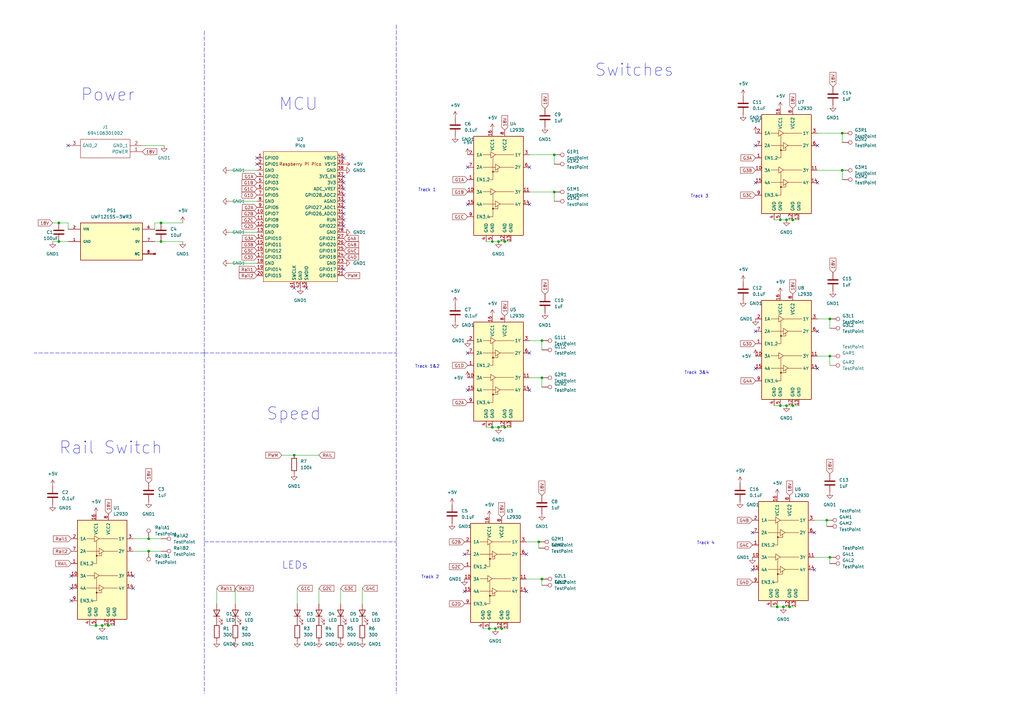
<source format=kicad_sch>
(kicad_sch (version 20211123) (generator eeschema)
  (paper "A3")
  (lib_symbols
    (symbol "Connector:TestPoint" (pin_numbers hide) (pin_names (offset 0.762) hide)
      (property "Reference" "TP" (at 0 6.858 0))
      (property "Value" "TestPoint" (at 0 5.08 0))
      (symbol "TestPoint_1_1"
        (pin passive line (at 0 0 90) (length 2.54) (name "1") (number "1"))
      )
    )
    (symbol "Device:C" (pin_numbers hide) (pin_names (offset 0.254))
      (property "Reference" "C" (at 0.635 2.54 0))
      (property "Value" "C" (at 0.635 -2.54 0))
      (symbol "C_1_1"
        (pin passive line (at 0 3.81 270) (length 2.794) (name "~") (number "1"))
        (pin passive line (at 0 -3.81 90) (length 2.794) (name "~") (number "2"))
      )
    )
    (symbol "Device:LED" (pin_numbers hide) (pin_names (offset 1.016) hide)
      (property "Reference" "D" (at 0 2.54 0))
      (property "Value" "LED" (at 0 -2.54 0))
      (symbol "LED_1_1"
        (pin passive line (at -3.81 0 0) (length 2.54) (name "K") (number "1"))
        (pin passive line (at 3.81 0 180) (length 2.54) (name "A") (number "2"))
      )
    )
    (symbol "Device:R" (pin_numbers hide) (pin_names (offset 0))
      (property "Reference" "R" (at 2.032 0 90))
      (property "Value" "R" (at 0 0 90))
      (symbol "R_1_1"
        (pin passive line (at 0 3.81 270) (length 1.27) (name "~") (number "1"))
        (pin passive line (at 0 -3.81 90) (length 1.27) (name "~") (number "2"))
      )
    )
    (symbol "Driver_Motor:L293D" (pin_names (offset 1.016))
      (property "Reference" "U" (at -5.08 26.035 0))
      (property "Value" "L293D" (at -5.08 24.13 0))
      (symbol "L293D_1_1"
        (pin input line (at -12.7 5.08 0) (length 2.54) (name "EN1,2") (number "1"))
        (pin input line (at -12.7 0 0) (length 2.54) (name "3A") (number "10"))
        (pin output line (at 12.7 0 180) (length 2.54) (name "3Y") (number "11"))
        (pin power_in line (at 2.54 -20.32 90) (length 2.54) (name "GND") (number "12"))
        (pin power_in line (at 5.08 -20.32 90) (length 2.54) (name "GND") (number "13"))
        (pin output line (at 12.7 -5.08 180) (length 2.54) (name "4Y") (number "14"))
        (pin input line (at -12.7 -5.08 0) (length 2.54) (name "4A") (number "15"))
        (pin power_in line (at -2.54 25.4 270) (length 2.54) (name "VCC1") (number "16"))
        (pin input line (at -12.7 15.24 0) (length 2.54) (name "1A") (number "2"))
        (pin output line (at 12.7 15.24 180) (length 2.54) (name "1Y") (number "3"))
        (pin power_in line (at -5.08 -20.32 90) (length 2.54) (name "GND") (number "4"))
        (pin power_in line (at -2.54 -20.32 90) (length 2.54) (name "GND") (number "5"))
        (pin output line (at 12.7 10.16 180) (length 2.54) (name "2Y") (number "6"))
        (pin input line (at -12.7 10.16 0) (length 2.54) (name "2A") (number "7"))
        (pin power_in line (at 2.54 25.4 270) (length 2.54) (name "VCC2") (number "8"))
        (pin input line (at -12.7 -10.16 0) (length 2.54) (name "EN3,4") (number "9"))
      )
    )
    (symbol "MCU_RaspberryPi_and_Boards:Pico"
      (property "Reference" "U" (at -13.97 27.94 0))
      (property "Value" "Pico" (at 0 19.05 0))
      (symbol "Pico_0_0"
        (text "Raspberry Pi Pico" (at 0 21.59 0) (effects (font (size 1.27 1.27))))
      )
      (symbol "Pico_1_1"
        (pin bidirectional line (at -17.78 24.13 0) (length 2.54) (name "GPIO0") (number "1"))
        (pin bidirectional line (at -17.78 1.27 0) (length 2.54) (name "GPIO7") (number "10"))
        (pin bidirectional line (at -17.78 -1.27 0) (length 2.54) (name "GPIO8") (number "11"))
        (pin bidirectional line (at -17.78 -3.81 0) (length 2.54) (name "GPIO9") (number "12"))
        (pin power_in line (at -17.78 -6.35 0) (length 2.54) (name "GND") (number "13"))
        (pin bidirectional line (at -17.78 -8.89 0) (length 2.54) (name "GPIO10") (number "14"))
        (pin bidirectional line (at -17.78 -11.43 0) (length 2.54) (name "GPIO11") (number "15"))
        (pin bidirectional line (at -17.78 -13.97 0) (length 2.54) (name "GPIO12") (number "16"))
        (pin bidirectional line (at -17.78 -16.51 0) (length 2.54) (name "GPIO13") (number "17"))
        (pin power_in line (at -17.78 -19.05 0) (length 2.54) (name "GND") (number "18"))
        (pin bidirectional line (at -17.78 -21.59 0) (length 2.54) (name "GPIO14") (number "19"))
        (pin bidirectional line (at -17.78 21.59 0) (length 2.54) (name "GPIO1") (number "2"))
        (pin bidirectional line (at -17.78 -24.13 0) (length 2.54) (name "GPIO15") (number "20"))
        (pin bidirectional line (at 17.78 -24.13 180) (length 2.54) (name "GPIO16") (number "21"))
        (pin bidirectional line (at 17.78 -21.59 180) (length 2.54) (name "GPIO17") (number "22"))
        (pin power_in line (at 17.78 -19.05 180) (length 2.54) (name "GND") (number "23"))
        (pin bidirectional line (at 17.78 -16.51 180) (length 2.54) (name "GPIO18") (number "24"))
        (pin bidirectional line (at 17.78 -13.97 180) (length 2.54) (name "GPIO19") (number "25"))
        (pin bidirectional line (at 17.78 -11.43 180) (length 2.54) (name "GPIO20") (number "26"))
        (pin bidirectional line (at 17.78 -8.89 180) (length 2.54) (name "GPIO21") (number "27"))
        (pin power_in line (at 17.78 -6.35 180) (length 2.54) (name "GND") (number "28"))
        (pin bidirectional line (at 17.78 -3.81 180) (length 2.54) (name "GPIO22") (number "29"))
        (pin power_in line (at -17.78 19.05 0) (length 2.54) (name "GND") (number "3"))
        (pin input line (at 17.78 -1.27 180) (length 2.54) (name "RUN") (number "30"))
        (pin bidirectional line (at 17.78 1.27 180) (length 2.54) (name "GPIO26_ADC0") (number "31"))
        (pin bidirectional line (at 17.78 3.81 180) (length 2.54) (name "GPIO27_ADC1") (number "32"))
        (pin power_in line (at 17.78 6.35 180) (length 2.54) (name "AGND") (number "33"))
        (pin bidirectional line (at 17.78 8.89 180) (length 2.54) (name "GPIO28_ADC2") (number "34"))
        (pin power_in line (at 17.78 11.43 180) (length 2.54) (name "ADC_VREF") (number "35"))
        (pin power_in line (at 17.78 13.97 180) (length 2.54) (name "3V3") (number "36"))
        (pin input line (at 17.78 16.51 180) (length 2.54) (name "3V3_EN") (number "37"))
        (pin bidirectional line (at 17.78 19.05 180) (length 2.54) (name "GND") (number "38"))
        (pin power_in line (at 17.78 21.59 180) (length 2.54) (name "VSYS") (number "39"))
        (pin bidirectional line (at -17.78 16.51 0) (length 2.54) (name "GPIO2") (number "4"))
        (pin power_in line (at 17.78 24.13 180) (length 2.54) (name "VBUS") (number "40"))
        (pin input line (at -2.54 -29.21 90) (length 2.54) (name "SWCLK") (number "41"))
        (pin power_in line (at 0 -29.21 90) (length 2.54) (name "GND") (number "42"))
        (pin bidirectional line (at 2.54 -29.21 90) (length 2.54) (name "SWDIO") (number "43"))
        (pin bidirectional line (at -17.78 13.97 0) (length 2.54) (name "GPIO3") (number "5"))
        (pin bidirectional line (at -17.78 11.43 0) (length 2.54) (name "GPIO4") (number "6"))
        (pin bidirectional line (at -17.78 8.89 0) (length 2.54) (name "GPIO5") (number "7"))
        (pin power_in line (at -17.78 6.35 0) (length 2.54) (name "GND") (number "8"))
        (pin bidirectional line (at -17.78 3.81 0) (length 2.54) (name "GPIO6") (number "9"))
      )
    )
    (symbol "SamacSys_Parts:694106301002" (pin_names (offset 0.762))
      (property "Reference" "J" (at 26.67 7.62 0))
      (property "Value" "694106301002" (at 26.67 5.08 0))
      (symbol "694106301002_0_0"
        (pin passive line (at 30.48 -2.54 180) (length 5.08) (name "POWER") (number "1"))
        (pin passive line (at 30.48 0 180) (length 5.08) (name "GND_1") (number "2"))
        (pin passive line (at 0 0 0) (length 5.08) (name "GND_2") (number "3"))
      )
    )
    (symbol "UWF1215S-3WR3:UWF1215S-3WR3" (pin_names (offset 1.016))
      (property "Reference" "PS" (at -12.7 8.89 0))
      (property "Value" "UWF1215S-3WR3" (at -12.7 -10.16 0))
      (symbol "UWF1215S-3WR3_0_0"
        (pin power_in line (at -17.78 0 0) (length 5.08) (name "GND") (number "1"))
        (pin input line (at -17.78 5.08 0) (length 5.08) (name "VIN") (number "2"))
        (pin no_connect line (at 17.78 -5.08 180) (length 5.08) (name "NC") (number "3"))
        (pin no_connect line (at 17.78 -5.08 180) (length 5.08) (name "NC") (number "5"))
        (pin output line (at 17.78 5.08 180) (length 5.08) (name "+VO") (number "6"))
        (pin passive line (at 17.78 0 180) (length 5.08) (name "0V") (number "7"))
        (pin no_connect line (at 17.78 -5.08 180) (length 5.08) (name "NC") (number "8"))
      )
    )
    (symbol "power:+5V" (power) (pin_names (offset 0))
      (property "Value" "+5V" (at 0 3.556 0))
      (symbol "+5V_1_1"
        (pin power_in line (at 0 0 90) (length 0) hide (name "+5V") (number "1"))
      )
    )
    (symbol "power:GND1" (power) (pin_names (offset 0))
      (property "Value" "GND1" (at 0 -3.81 0))
      (symbol "GND1_1_1"
        (pin power_in line (at 0 0 270) (length 0) hide (name "GND1") (number "1"))
      )
    )
  )
  (junction (at 203.2 257.81))
  (junction (at 345.44 54.61))
  (junction (at 201.93 99.06))
  (junction (at 66.04 99.06))
  (junction (at 222.25 139.7))
  (junction (at 201.93 175.26))
  (junction (at 320.04 90.17))
  (junction (at 227.33 63.5))
  (junction (at 222.25 237.49))
  (junction (at 222.25 154.94))
  (junction (at 204.47 175.26))
  (junction (at 41.91 256.54))
  (junction (at 339.09 213.36))
  (junction (at 323.85 248.92))
  (junction (at 204.47 99.06))
  (junction (at 24.13 99.06))
  (junction (at 39.37 256.54))
  (junction (at 340.36 146.05))
  (junction (at 24.13 91.44))
  (junction (at 340.36 228.6))
  (junction (at 322.58 90.17))
  (junction (at 321.31 248.92))
  (junction (at 44.45 256.54))
  (junction (at 325.12 90.17))
  (junction (at 325.12 166.37))
  (junction (at 227.33 78.74))
  (junction (at 120.65 186.69))
  (junction (at 220.98 222.25))
  (junction (at 60.96 226.06))
  (junction (at 205.74 257.81))
  (junction (at 318.77 248.92))
  (junction (at 200.66 257.81))
  (junction (at 66.04 91.44))
  (junction (at 207.01 175.26))
  (junction (at 207.01 99.06))
  (junction (at 345.44 69.85))
  (junction (at 322.58 166.37))
  (junction (at 60.96 220.98))
  (junction (at 340.36 130.81))
  (junction (at 320.04 166.37))
  (no_connect (at 140.97 92.71))
  (no_connect (at 140.97 64.77))
  (no_connect (at 190.5 227.33))
  (no_connect (at 191.77 83.82))
  (no_connect (at 105.41 67.31))
  (no_connect (at 27.94 59.69))
  (no_connect (at 120.65 118.11))
  (no_connect (at 54.61 236.22))
  (no_connect (at 140.97 90.17))
  (no_connect (at 29.21 236.22))
  (no_connect (at 335.28 59.69))
  (no_connect (at 140.97 110.49))
  (no_connect (at 29.21 241.3))
  (no_connect (at 54.61 241.3))
  (no_connect (at 140.97 74.93))
  (no_connect (at 308.61 233.68))
  (no_connect (at 308.61 218.44))
  (no_connect (at 309.88 59.69))
  (no_connect (at 140.97 85.09))
  (no_connect (at 105.41 64.77))
  (no_connect (at 309.88 151.13))
  (no_connect (at 125.73 118.11))
  (no_connect (at 140.97 72.39))
  (no_connect (at 217.17 160.02))
  (no_connect (at 191.77 160.02))
  (no_connect (at 309.88 135.89))
  (no_connect (at 335.28 74.93))
  (no_connect (at 190.5 242.57))
  (no_connect (at 140.97 80.01))
  (no_connect (at 335.28 135.89))
  (no_connect (at 140.97 87.63))
  (no_connect (at 309.88 74.93))
  (no_connect (at 140.97 77.47))
  (no_connect (at 335.28 151.13))
  (no_connect (at 217.17 144.78))
  (no_connect (at 191.77 144.78))
  (no_connect (at 140.97 82.55))
  (no_connect (at 215.9 227.33))
  (no_connect (at 215.9 242.57))
  (no_connect (at 334.01 233.68))
  (no_connect (at 334.01 218.44))
  (no_connect (at 29.21 246.38))
  (no_connect (at 217.17 68.58))
  (no_connect (at 217.17 83.82))
  (no_connect (at 191.77 68.58))
  (wire (pts (xy 318.77 248.92) (xy 321.31 248.92)))
  (wire (pts (xy 345.44 69.85) (xy 345.44 73.66)))
  (wire (pts (xy 66.04 99.06) (xy 63.5 99.06)))
  (wire (pts (xy 317.5 166.37) (xy 320.04 166.37)))
  (wire (pts (xy 24.13 99.06) (xy 27.94 99.06)))
  (wire (pts (xy 345.44 54.61) (xy 345.44 58.42)))
  (wire (pts (xy 204.47 99.06) (xy 207.01 99.06)))
  (wire (pts (xy 66.04 220.98) (xy 60.96 220.98)))
  (wire (pts (xy 335.28 69.85) (xy 345.44 69.85)))
  (wire (pts (xy 67.31 59.69) (xy 58.42 59.69)))
  (wire (pts (xy 66.04 226.06) (xy 60.96 226.06)))
  (wire (pts (xy 27.94 91.44) (xy 24.13 91.44)))
  (wire (pts (xy 204.47 175.26) (xy 207.01 175.26)))
  (wire (pts (xy 139.7 241.3) (xy 139.7 247.65)))
  (wire (pts (xy 63.5 91.44) (xy 63.5 93.98)))
  (wire (pts (xy 130.81 241.3) (xy 130.81 247.65)))
  (wire (pts (xy 222.25 139.7) (xy 222.25 143.51)))
  (wire (pts (xy 335.28 130.81) (xy 340.36 130.81)))
  (wire (pts (xy 320.04 166.37) (xy 322.58 166.37)))
  (polyline (pts (xy 83.82 144.78) (xy 13.97 144.78)))
  (wire (pts (xy 227.33 63.5) (xy 227.33 67.31)))
  (wire (pts (xy 121.92 241.3) (xy 121.92 247.65)))
  (wire (pts (xy 88.9 241.3) (xy 88.9 247.65)))
  (polyline (pts (xy 83.82 222.25) (xy 162.56 222.25)))
  (wire (pts (xy 96.52 241.3) (xy 96.52 247.65)))
  (wire (pts (xy 199.39 99.06) (xy 201.93 99.06)))
  (wire (pts (xy 93.98 69.85) (xy 105.41 69.85)))
  (wire (pts (xy 220.98 222.25) (xy 220.98 224.79)))
  (wire (pts (xy 340.36 130.81) (xy 340.36 134.62)))
  (wire (pts (xy 148.59 241.3) (xy 148.59 247.65)))
  (wire (pts (xy 320.04 90.17) (xy 322.58 90.17)))
  (wire (pts (xy 205.74 257.81) (xy 208.28 257.81)))
  (wire (pts (xy 201.93 175.26) (xy 204.47 175.26)))
  (wire (pts (xy 203.2 257.81) (xy 205.74 257.81)))
  (wire (pts (xy 325.12 166.37) (xy 327.66 166.37)))
  (wire (pts (xy 93.98 95.25) (xy 105.41 95.25)))
  (wire (pts (xy 222.25 154.94) (xy 222.25 158.75)))
  (wire (pts (xy 217.17 139.7) (xy 222.25 139.7)))
  (wire (pts (xy 335.28 146.05) (xy 340.36 146.05)))
  (polyline (pts (xy 83.82 12.7) (xy 83.82 144.78)))
  (wire (pts (xy 217.17 78.74) (xy 227.33 78.74)))
  (wire (pts (xy 222.25 237.49) (xy 222.25 240.03)))
  (wire (pts (xy 316.23 248.92) (xy 318.77 248.92)))
  (wire (pts (xy 207.01 175.26) (xy 209.55 175.26)))
  (wire (pts (xy 207.01 99.06) (xy 209.55 99.06)))
  (polyline (pts (xy 162.56 10.16) (xy 162.56 144.78)))
  (wire (pts (xy 201.93 99.06) (xy 204.47 99.06)))
  (wire (pts (xy 322.58 90.17) (xy 325.12 90.17)))
  (wire (pts (xy 334.01 228.6) (xy 340.36 228.6)))
  (wire (pts (xy 217.17 63.5) (xy 227.33 63.5)))
  (wire (pts (xy 323.85 248.92) (xy 326.39 248.92)))
  (wire (pts (xy 115.57 186.69) (xy 120.65 186.69)))
  (wire (pts (xy 93.98 82.55) (xy 105.41 82.55)))
  (wire (pts (xy 60.96 226.06) (xy 54.61 226.06)))
  (wire (pts (xy 334.01 213.36) (xy 339.09 213.36)))
  (wire (pts (xy 21.59 91.44) (xy 24.13 91.44)))
  (wire (pts (xy 321.31 248.92) (xy 323.85 248.92)))
  (wire (pts (xy 74.93 91.44) (xy 66.04 91.44)))
  (wire (pts (xy 21.59 99.06) (xy 24.13 99.06)))
  (wire (pts (xy 66.04 91.44) (xy 63.5 91.44)))
  (polyline (pts (xy 83.82 144.78) (xy 162.56 144.78)))
  (wire (pts (xy 339.09 213.36) (xy 339.09 215.9)))
  (wire (pts (xy 215.9 222.25) (xy 220.98 222.25)))
  (wire (pts (xy 36.83 256.54) (xy 39.37 256.54)))
  (wire (pts (xy 215.9 237.49) (xy 222.25 237.49)))
  (wire (pts (xy 340.36 146.05) (xy 340.36 149.86)))
  (wire (pts (xy 325.12 90.17) (xy 327.66 90.17)))
  (polyline (pts (xy 162.56 144.78) (xy 162.56 284.48)))
  (polyline (pts (xy 83.82 144.78) (xy 83.82 284.48)))
  (wire (pts (xy 39.37 256.54) (xy 41.91 256.54)))
  (wire (pts (xy 93.98 107.95) (xy 105.41 107.95)))
  (wire (pts (xy 120.65 186.69) (xy 130.81 186.69)))
  (wire (pts (xy 60.96 220.98) (xy 54.61 220.98)))
  (wire (pts (xy 200.66 257.81) (xy 203.2 257.81)))
  (wire (pts (xy 27.94 93.98) (xy 27.94 91.44)))
  (wire (pts (xy 322.58 166.37) (xy 325.12 166.37)))
  (wire (pts (xy 335.28 54.61) (xy 345.44 54.61)))
  (wire (pts (xy 198.12 257.81) (xy 200.66 257.81)))
  (wire (pts (xy 227.33 78.74) (xy 227.33 82.55)))
  (wire (pts (xy 217.17 154.94) (xy 222.25 154.94)))
  (wire (pts (xy 199.39 175.26) (xy 201.93 175.26)))
  (wire (pts (xy 41.91 256.54) (xy 44.45 256.54)))
  (wire (pts (xy 340.36 228.6) (xy 340.36 231.14)))
  (wire (pts (xy 317.5 90.17) (xy 320.04 90.17)))
  (wire (pts (xy 74.93 99.06) (xy 66.04 99.06)))
  (wire (pts (xy 44.45 256.54) (xy 46.99 256.54)))
  (text "MCU\n" (at 114.3 45.72 0) (effects (font (size 5 5)) (justify left bottom)))
  (text "Power" (at 33.02 41.91 0) (effects (font (size 5 5)) (justify left bottom)))
  (text "LEDs" (at 115.57 233.68 0) (effects (font (size 3 3)) (justify left bottom)))
  (text "Track 1&2" (at 170.18 151.13 0) (effects (font (size 1.27 1.27)) (justify left bottom)))
  (text "Track 3&4" (at 280.67 153.67 0) (effects (font (size 1.27 1.27)) (justify left bottom)))
  (text "Track 3" (at 283.21 81.28 0) (effects (font (size 1.27 1.27)) (justify left bottom)))
  (text "Track 2" (at 172.72 237.49 0) (effects (font (size 1.27 1.27)) (justify left bottom)))
  (text "Switches" (at 243.84 31.75 0) (effects (font (size 5 5)) (justify left bottom)))
  (text "Track 4" (at 285.75 223.52 0) (effects (font (size 1.27 1.27)) (justify left bottom)))
  (text "Track 1" (at 171.45 78.74 0) (effects (font (size 1.27 1.27)) (justify left bottom)))
  (text "Speed" (at 109.22 172.72 0) (effects (font (size 5 5)) (justify left bottom)))
  (text "Rail Switch" (at 24.13 186.69 0) (effects (font (size 5 5)) (justify left bottom)))
  (global_label "G2D" (shape input) (at 105.41 92.71 180) (property "Intersheet References" "${INTERSHEET_REFS}" (effects hide)))
  (global_label "G4B" (shape input) (at 140.97 100.33 0) (property "Intersheet References" "${INTERSHEET_REFS}" (effects hide)))
  (global_label "18V" (shape input) (at 207.01 53.34 90) (property "Intersheet References" "${INTERSHEET_REFS}" (effects hide)))
  (global_label "G4C" (shape input) (at 148.59 241.3 0) (property "Intersheet References" "${INTERSHEET_REFS}" (effects hide)))
  (global_label "G1A" (shape input) (at 191.77 73.66 180) (property "Intersheet References" "${INTERSHEET_REFS}" (effects hide)))
  (global_label "G4C" (shape input) (at 308.61 223.52 180) (property "Intersheet References" "${INTERSHEET_REFS}" (effects hide)))
  (global_label "18V" (shape input) (at 222.25 203.2 90) (property "Intersheet References" "${INTERSHEET_REFS}" (effects hide)))
  (global_label "G3C" (shape input) (at 105.41 102.87 180) (property "Intersheet References" "${INTERSHEET_REFS}" (effects hide)))
  (global_label "G4A" (shape input) (at 140.97 97.79 0) (property "Intersheet References" "${INTERSHEET_REFS}" (effects hide)))
  (global_label "18V" (shape input) (at 223.52 44.45 90) (property "Intersheet References" "${INTERSHEET_REFS}" (effects hide)))
  (global_label "18V" (shape input) (at 323.85 203.2 90) (property "Intersheet References" "${INTERSHEET_REFS}" (effects hide)))
  (global_label "18V" (shape input) (at 205.74 212.09 90) (property "Intersheet References" "${INTERSHEET_REFS}" (effects hide)))
  (global_label "18V" (shape input) (at 21.59 91.44 180) (property "Intersheet References" "${INTERSHEET_REFS}" (effects hide)))
  (global_label "G4D" (shape input) (at 140.97 105.41 0) (property "Intersheet References" "${INTERSHEET_REFS}" (effects hide)))
  (global_label "G1D" (shape input) (at 191.77 149.86 180) (property "Intersheet References" "${INTERSHEET_REFS}" (effects hide)))
  (global_label "G3A" (shape input) (at 309.88 64.77 180) (property "Intersheet References" "${INTERSHEET_REFS}" (effects hide)))
  (global_label "G3C" (shape input) (at 139.7 241.3 0) (property "Intersheet References" "${INTERSHEET_REFS}" (effects hide)))
  (global_label "18V" (shape input) (at 60.96 198.12 90) (property "Intersheet References" "${INTERSHEET_REFS}" (effects hide)))
  (global_label "G3C" (shape input) (at 309.88 80.01 180) (property "Intersheet References" "${INTERSHEET_REFS}" (effects hide)))
  (global_label "G3D" (shape input) (at 309.88 140.97 180) (property "Intersheet References" "${INTERSHEET_REFS}" (effects hide)))
  (global_label "RAIL" (shape input) (at 130.81 186.69 0) (property "Intersheet References" "${INTERSHEET_REFS}" (effects hide)))
  (global_label "G3A" (shape input) (at 105.41 97.79 180) (property "Intersheet References" "${INTERSHEET_REFS}" (effects hide)))
  (global_label "Rail2" (shape input) (at 29.21 226.06 180) (property "Intersheet References" "${INTERSHEET_REFS}" (effects hide)))
  (global_label "RAIL" (shape input) (at 29.21 231.14 180) (property "Intersheet References" "${INTERSHEET_REFS}" (effects hide)))
  (global_label "G2D" (shape input) (at 190.5 247.65 180) (property "Intersheet References" "${INTERSHEET_REFS}" (effects hide)))
  (global_label "18V" (shape input) (at 44.45 210.82 90) (property "Intersheet References" "${INTERSHEET_REFS}" (effects hide)))
  (global_label "18V" (shape input) (at 341.63 35.56 90) (property "Intersheet References" "${INTERSHEET_REFS}" (effects hide)))
  (global_label "G1C" (shape input) (at 191.77 88.9 180) (property "Intersheet References" "${INTERSHEET_REFS}" (effects hide)))
  (global_label "18V" (shape input) (at 207.01 129.54 90) (property "Intersheet References" "${INTERSHEET_REFS}" (effects hide)))
  (global_label "G3B" (shape input) (at 309.88 69.85 180) (property "Intersheet References" "${INTERSHEET_REFS}" (effects hide)))
  (global_label "18V" (shape input) (at 325.12 120.65 90) (property "Intersheet References" "${INTERSHEET_REFS}" (effects hide)))
  (global_label "G2C" (shape input) (at 190.5 232.41 180) (property "Intersheet References" "${INTERSHEET_REFS}" (effects hide)))
  (global_label "G2A" (shape input) (at 105.41 85.09 180) (property "Intersheet References" "${INTERSHEET_REFS}" (effects hide)))
  (global_label "G1B" (shape input) (at 105.41 74.93 180) (property "Intersheet References" "${INTERSHEET_REFS}" (effects hide)))
  (global_label "G1C" (shape input) (at 121.92 241.3 0) (property "Intersheet References" "${INTERSHEET_REFS}" (effects hide)))
  (global_label "G4C" (shape input) (at 140.97 102.87 0) (property "Intersheet References" "${INTERSHEET_REFS}" (effects hide)))
  (global_label "Rail1" (shape input) (at 29.21 220.98 180) (property "Intersheet References" "${INTERSHEET_REFS}" (effects hide)))
  (global_label "G4A" (shape input) (at 309.88 156.21 180) (property "Intersheet References" "${INTERSHEET_REFS}" (effects hide)))
  (global_label "G2B" (shape input) (at 190.5 222.25 180) (property "Intersheet References" "${INTERSHEET_REFS}" (effects hide)))
  (global_label "G2C" (shape input) (at 130.81 241.3 0) (property "Intersheet References" "${INTERSHEET_REFS}" (effects hide)))
  (global_label "G1A" (shape input) (at 105.41 72.39 180) (property "Intersheet References" "${INTERSHEET_REFS}" (effects hide)))
  (global_label "G4D" (shape input) (at 308.61 238.76 180) (property "Intersheet References" "${INTERSHEET_REFS}" (effects hide)))
  (global_label "G3D" (shape input) (at 105.41 105.41 180) (property "Intersheet References" "${INTERSHEET_REFS}" (effects hide)))
  (global_label "Rail2" (shape input) (at 96.52 241.3 0) (property "Intersheet References" "${INTERSHEET_REFS}" (effects hide)))
  (global_label "PWM" (shape input) (at 115.57 186.69 180) (property "Intersheet References" "${INTERSHEET_REFS}" (effects hide)))
  (global_label "G3B" (shape input) (at 105.41 100.33 180) (property "Intersheet References" "${INTERSHEET_REFS}" (effects hide)))
  (global_label "G2A" (shape input) (at 191.77 165.1 180) (property "Intersheet References" "${INTERSHEET_REFS}" (effects hide)))
  (global_label "18V" (shape input) (at 340.36 194.31 90) (property "Intersheet References" "${INTERSHEET_REFS}" (effects hide)))
  (global_label "G2C" (shape input) (at 105.41 90.17 180) (property "Intersheet References" "${INTERSHEET_REFS}" (effects hide)))
  (global_label "G1C" (shape input) (at 105.41 77.47 180) (property "Intersheet References" "${INTERSHEET_REFS}" (effects hide)))
  (global_label "PWM" (shape input) (at 140.97 113.03 0) (property "Intersheet References" "${INTERSHEET_REFS}" (effects hide)))
  (global_label "Rail1" (shape input) (at 105.41 110.49 180) (property "Intersheet References" "${INTERSHEET_REFS}" (effects hide)))
  (global_label "G1D" (shape input) (at 105.41 80.01 180) (property "Intersheet References" "${INTERSHEET_REFS}" (effects hide)))
  (global_label "18V" (shape input) (at 341.63 111.76 90) (property "Intersheet References" "${INTERSHEET_REFS}" (effects hide)))
  (global_label "18V" (shape input) (at 223.52 120.65 90) (property "Intersheet References" "${INTERSHEET_REFS}" (effects hide)))
  (global_label "18V" (shape input) (at 325.12 44.45 90) (property "Intersheet References" "${INTERSHEET_REFS}" (effects hide)))
  (global_label "G2B" (shape input) (at 105.41 87.63 180) (property "Intersheet References" "${INTERSHEET_REFS}" (effects hide)))
  (global_label "Rail2" (shape input) (at 105.41 113.03 180) (property "Intersheet References" "${INTERSHEET_REFS}" (effects hide)))
  (global_label "Rail1" (shape input) (at 88.9 241.3 0) (property "Intersheet References" "${INTERSHEET_REFS}" (effects hide)))
  (global_label "G1B" (shape input) (at 191.77 78.74 180) (property "Intersheet References" "${INTERSHEET_REFS}" (effects hide)))
  (global_label "18V" (shape input) (at 58.42 62.23 0) (property "Intersheet References" "${INTERSHEET_REFS}" (effects hide)))
  (global_label "G4B" (shape input) (at 308.61 213.36 180) (property "Intersheet References" "${INTERSHEET_REFS}" (effects hide)))
  (symbol (lib_id "power:+5V") (at 304.8 39.37 0) (unit 1)
    (property "Reference" "#PWR0128" (effects hide))
    (property "Value" "+5V" (at 304.8 34.29 0))
  )
  (symbol (lib_id "Driver_Motor:L293D") (at 203.2 237.49 0) (unit 1)
    (property "Reference" "U3" (at 207.7594 209.55 0) (effects (justify left)))
    (property "Value" "L293D" (at 207.7594 212.09 0) (effects (justify left)))
    (property "Footprint" "Package_DIP:DIP-16_W7.62mm" (effects hide))
    (property "Datasheet" "http://www.ti.com/lit/ds/symlink/l293.pdf" (effects hide))
  )
  (symbol (lib_id "Device:C") (at 186.69 128.27 0) (unit 1)
    (property "Reference" "C7" (at 190.5 126.9999 0) (effects (justify left)))
    (property "Value" "0.1uF" (at 190.5 129.5399 0) (effects (justify left)))
    (property "Footprint" "Capacitor_SMD:C_1210_3225Metric" (effects hide))
  )
  (symbol (lib_id "power:GND1") (at 341.63 43.18 0) (unit 1)
    (property "Reference" "#PWR0154" (effects hide))
    (property "Value" "GND1" (at 341.63 48.26 0))
  )
  (symbol (lib_id "power:GND1") (at 191.77 139.7 0) (unit 1)
    (property "Reference" "#PWR0147" (effects hide))
    (property "Value" "GND1" (at 187.96 139.7 0))
  )
  (symbol (lib_id "power:GND1") (at 190.5 237.49 0) (unit 1)
    (property "Reference" "#PWR0152" (effects hide))
    (property "Value" "GND1" (at 186.69 237.49 0))
  )
  (symbol (lib_id "power:GND1") (at 123.19 118.11 0) (unit 1)
    (property "Reference" "#PWR0122" (effects hide))
    (property "Value" "GND1" (at 123.19 123.19 0))
  )
  (symbol (lib_id "Device:LED") (at 139.7 251.46 90) (unit 1)
    (property "Reference" "D5" (at 143.51 251.7774 90) (effects (justify right)))
    (property "Value" "LED" (at 143.51 254.3174 90) (effects (justify right)))
    (property "Footprint" "LED_SMD:LED_1812_4532Metric" (effects hide))
  )
  (symbol (lib_id "MCU_RaspberryPi_and_Boards:Pico") (at 123.19 88.9 0) (unit 1)
    (property "Reference" "U2" (at 123.19 57.15 0))
    (property "Value" "Pico" (at 123.19 59.69 0))
    (property "Footprint" "MCU_RaspberryPi_and_Boards:RPi_Pico_SMD_TH" (effects hide))
  )
  (symbol (lib_id "Device:C") (at 341.63 39.37 0) (unit 1)
    (property "Reference" "C14" (at 345.44 38.0999 0) (effects (justify left)))
    (property "Value" "1uF" (at 345.44 40.6399 0) (effects (justify left)))
    (property "Footprint" "Capacitor_SMD:C_1210_3225Metric" (effects hide))
  )
  (symbol (lib_id "Connector:TestPoint") (at 60.96 226.06 180) (unit 1)
    (property "Reference" "RailB1" (at 63.5 228.0919 0) (effects (justify right)))
    (property "Value" "TestPoint" (at 63.5 230.6319 0) (effects (justify right)))
    (property "Footprint" "TestPoint:TestPoint_Pad_2.5x2.5mm" (effects hide))
  )
  (symbol (lib_id "power:GND1") (at 93.98 107.95 270) (unit 1)
    (property "Reference" "#PWR0118" (effects hide))
    (property "Value" "GND1" (at 95.25 107.9499 90) (effects (justify left)))
  )
  (symbol (lib_id "power:GND1") (at 303.53 205.74 0) (unit 1)
    (property "Reference" "#PWR0102" (effects hide))
    (property "Value" "GND1" (at 306.07 207.0099 0) (effects (justify left)))
  )
  (symbol (lib_id "power:GND1") (at 321.31 248.92 0) (unit 1)
    (property "Reference" "#PWR0163" (effects hide))
    (property "Value" "GND1" (at 321.31 254 0))
  )
  (symbol (lib_id "power:+5V") (at 304.8 115.57 0) (unit 1)
    (property "Reference" "#PWR0156" (effects hide))
    (property "Value" "+5V" (at 304.8 110.49 0))
  )
  (symbol (lib_id "power:GND1") (at 186.69 132.08 0) (unit 1)
    (property "Reference" "#PWR0107" (effects hide))
    (property "Value" "GND1" (at 189.23 133.3499 0) (effects (justify left)))
  )
  (symbol (lib_id "Device:C") (at 66.04 95.25 0) (unit 1)
    (property "Reference" "C4" (at 69.85 93.98 0) (effects (justify left)))
    (property "Value" "10uF" (at 69.85 96.52 0) (effects (justify left)))
    (property "Footprint" "Capacitor_SMD:C_1210_3225Metric" (effects hide))
  )
  (symbol (lib_id "Connector:TestPoint") (at 227.33 82.55 270) (unit 1)
    (property "Reference" "G1M2" (at 232.41 81.2799 90) (effects (justify left)))
    (property "Value" "TestPoint" (at 232.41 83.8199 90) (effects (justify left)))
    (property "Footprint" "TestPoint:TestPoint_Pad_2.5x2.5mm" (effects hide))
  )
  (symbol (lib_id "power:GND1") (at 308.61 228.6 0) (unit 1)
    (property "Reference" "#PWR0143" (effects hide))
    (property "Value" "GND1" (at 304.8 228.6 0))
  )
  (symbol (lib_id "power:GND1") (at 21.59 99.06 0) (unit 1)
    (property "Reference" "#PWR0109" (effects hide))
    (property "Value" "GND1" (at 21.59 104.14 0))
  )
  (symbol (lib_id "power:GND1") (at 140.97 107.95 90) (unit 1)
    (property "Reference" "#PWR0104" (effects hide))
    (property "Value" "GND1" (at 144.78 107.9499 90) (effects (justify right)))
  )
  (symbol (lib_id "Device:R") (at 130.81 259.08 0) (unit 1)
    (property "Reference" "R4" (at 133.35 257.8099 0) (effects (justify left)))
    (property "Value" "300" (at 133.35 260.3499 0) (effects (justify left)))
    (property "Footprint" "Resistor_SMD:R_1210_3225Metric" (effects hide))
  )
  (symbol (lib_id "power:+5V") (at 186.69 124.46 0) (unit 1)
    (property "Reference" "#PWR0140" (effects hide))
    (property "Value" "+5V" (at 186.69 119.38 0))
  )
  (symbol (lib_id "power:+5V") (at 320.04 44.45 0) (unit 1)
    (property "Reference" "#PWR0155" (effects hide))
    (property "Value" "+5V" (at 320.04 39.37 0))
  )
  (symbol (lib_id "Driver_Motor:L293D") (at 322.58 146.05 0) (unit 1)
    (property "Reference" "U8" (at 327.1394 118.11 0) (effects (justify left)))
    (property "Value" "L293D" (at 327.1394 120.65 0) (effects (justify left)))
    (property "Footprint" "Package_DIP:DIP-16_W7.62mm" (effects hide))
    (property "Datasheet" "http://www.ti.com/lit/ds/symlink/l293.pdf" (effects hide))
  )
  (symbol (lib_id "Device:LED") (at 148.59 251.46 90) (unit 1)
    (property "Reference" "D6" (at 152.4 251.7774 90) (effects (justify right)))
    (property "Value" "LED" (at 152.4 254.3174 90) (effects (justify right)))
    (property "Footprint" "LED_SMD:LED_1812_4532Metric" (effects hide))
  )
  (symbol (lib_id "power:GND1") (at 140.97 69.85 90) (unit 1)
    (property "Reference" "#PWR0106" (effects hide))
    (property "Value" "GND1" (at 144.78 69.8499 90) (effects (justify right)))
  )
  (symbol (lib_id "power:GND1") (at 140.97 95.25 90) (unit 1)
    (property "Reference" "#PWR0103" (effects hide))
    (property "Value" "GND1" (at 144.78 95.2499 90) (effects (justify right)))
  )
  (symbol (lib_id "Device:R") (at 120.65 190.5 0) (unit 1)
    (property "Reference" "R7" (at 123.19 189.2299 0) (effects (justify left)))
    (property "Value" "100k" (at 123.19 191.7699 0) (effects (justify left)))
    (property "Footprint" "Resistor_SMD:R_1210_3225Metric" (effects hide))
  )
  (symbol (lib_id "SamacSys_Parts:694106301002") (at 27.94 59.69 0) (unit 1)
    (property "Reference" "J1" (at 43.18 52.07 0))
    (property "Value" "694106301002" (at 43.18 54.61 0))
    (property "Footprint" "SamacSys_Parts:694106301002_1" (effects hide))
    (property "Datasheet" "https://datasheet.datasheetarchive.com/originals/distributors/Datasheets_SAMA/1c153bd2ba42bb51bda59ee4cd9765cd.pdf" (effects hide))
    (property "Description" "WURTH ELEKTRONIK - 694106301002 - CONNECTOR, POWER ENTRY, JACK, 3A, 20VDC" (effects hide))
    (property "Mouser Part Number" "710-694106301002" (effects hide))
    (property "Mouser Price/Stock" "https://www.mouser.co.uk/ProductDetail/Wurth-Elektronik/694106301002?qs=a9WhcLg8qCwOEkcI62k5mA%3D%3D" (effects hide))
    (property "Manufacturer_Name" "Wurth Elektronik" (effects hide))
    (property "Manufacturer_Part_Number" "694106301002" (effects hide))
  )
  (symbol (lib_id "power:GND1") (at 341.63 119.38 0) (unit 1)
    (property "Reference" "#PWR0157" (effects hide))
    (property "Value" "GND1" (at 341.63 124.46 0))
  )
  (symbol (lib_id "power:GND1") (at 21.59 207.01 0) (unit 1)
    (property "Reference" "#PWR0151" (effects hide))
    (property "Value" "GND1" (at 24.13 208.2799 0) (effects (justify left)))
  )
  (symbol (lib_id "power:GND1") (at 41.91 256.54 0) (unit 1)
    (property "Reference" "#PWR0144" (effects hide))
    (property "Value" "GND1" (at 41.91 261.62 0))
  )
  (symbol (lib_id "Connector:TestPoint") (at 222.25 158.75 270) (unit 1)
    (property "Reference" "G2R2" (at 227.33 157.4799 90) (effects (justify left)))
    (property "Value" "TestPoint" (at 227.33 160.0199 90) (effects (justify left)))
    (property "Footprint" "TestPoint:TestPoint_Pad_2.5x2.5mm" (effects hide))
  )
  (symbol (lib_id "Connector:TestPoint") (at 339.09 215.9 270) (unit 1)
    (property "Reference" "G4M2" (at 344.17 214.6299 90) (effects (justify left)))
    (property "Value" "TestPoint" (at 344.17 217.1699 90) (effects (justify left)))
    (property "Footprint" "TestPoint:TestPoint_Pad_2.5x2.5mm" (effects hide))
  )
  (symbol (lib_id "Connector:TestPoint") (at 220.98 224.79 270) (unit 1)
    (property "Reference" "G2M2" (at 226.06 223.5199 90) (effects (justify left)))
    (property "Value" "TestPoint" (at 226.06 226.0599 90) (effects (justify left)))
    (property "Footprint" "TestPoint:TestPoint_Pad_2.5x2.5mm" (effects hide))
  )
  (symbol (lib_id "Device:C") (at 60.96 201.93 0) (unit 1)
    (property "Reference" "C3" (at 64.77 200.6599 0) (effects (justify left)))
    (property "Value" "1uF" (at 64.77 203.1999 0) (effects (justify left)))
    (property "Footprint" "Capacitor_SMD:C_1210_3225Metric" (effects hide))
  )
  (symbol (lib_id "Device:C") (at 340.36 198.12 0) (unit 1)
    (property "Reference" "C13" (at 344.17 196.8499 0) (effects (justify left)))
    (property "Value" "1uF" (at 344.17 199.3899 0) (effects (justify left)))
    (property "Footprint" "Capacitor_SMD:C_1210_3225Metric" (effects hide))
  )
  (symbol (lib_id "power:+5V") (at 191.77 154.94 0) (unit 1)
    (property "Reference" "#PWR0148" (effects hide))
    (property "Value" "+5V" (at 187.96 154.94 0))
  )
  (symbol (lib_id "power:GND1") (at 204.47 175.26 0) (unit 1)
    (property "Reference" "#PWR0160" (effects hide))
    (property "Value" "GND1" (at 204.47 180.34 0))
  )
  (symbol (lib_id "Device:C") (at 185.42 210.82 0) (unit 1)
    (property "Reference" "C5" (at 189.23 209.5499 0) (effects (justify left)))
    (property "Value" "0.1uF" (at 189.23 212.0899 0) (effects (justify left)))
    (property "Footprint" "Capacitor_SMD:C_1210_3225Metric" (effects hide))
  )
  (symbol (lib_id "Connector:TestPoint") (at 345.44 69.85 270) (unit 1)
    (property "Reference" "G3M1" (at 350.52 68.5799 90) (effects (justify left)))
    (property "Value" "TestPoint" (at 350.52 71.1199 90) (effects (justify left)))
    (property "Footprint" "TestPoint:TestPoint_Pad_2.5x2.5mm" (effects hide))
  )
  (symbol (lib_id "power:+5V") (at 39.37 210.82 0) (unit 1)
    (property "Reference" "#PWR0121" (effects hide))
    (property "Value" "+5V" (at 39.37 205.74 0))
  )
  (symbol (lib_id "Connector:TestPoint") (at 340.36 130.81 270) (unit 1)
    (property "Reference" "G3L1" (at 345.44 129.5399 90) (effects (justify left)))
    (property "Value" "TestPoint" (at 345.44 132.0799 90) (effects (justify left)))
    (property "Footprint" "TestPoint:TestPoint_Pad_2.5x2.5mm" (effects hide))
  )
  (symbol (lib_id "Connector:TestPoint") (at 222.25 143.51 270) (unit 1)
    (property "Reference" "G1L2" (at 227.33 142.2399 90) (effects (justify left)))
    (property "Value" "TestPoint" (at 227.33 144.7799 90) (effects (justify left)))
    (property "Footprint" "TestPoint:TestPoint_Pad_2.5x2.5mm" (effects hide))
  )
  (symbol (lib_id "power:GND1") (at 93.98 82.55 270) (unit 1)
    (property "Reference" "#PWR0117" (effects hide))
    (property "Value" "GND1" (at 95.25 82.5499 90) (effects (justify left)))
  )
  (symbol (lib_id "Device:R") (at 88.9 259.08 0) (unit 1)
    (property "Reference" "R1" (at 91.44 257.8099 0) (effects (justify left)))
    (property "Value" "300" (at 91.44 260.3499 0) (effects (justify left)))
    (property "Footprint" "Resistor_SMD:R_1210_3225Metric" (effects hide))
  )
  (symbol (lib_id "Connector:TestPoint") (at 340.36 134.62 270) (unit 1)
    (property "Reference" "G3L2" (at 345.44 133.3499 90) (effects (justify left)))
    (property "Value" "TestPoint" (at 345.44 135.8899 90) (effects (justify left)))
    (property "Footprint" "TestPoint:TestPoint_Pad_2.5x2.5mm" (effects hide))
  )
  (symbol (lib_id "Device:C") (at 21.59 203.2 0) (unit 1)
    (property "Reference" "C2" (at 25.4 201.9299 0) (effects (justify left)))
    (property "Value" "0.1uF" (at 25.4 204.4699 0) (effects (justify left)))
    (property "Footprint" "Capacitor_SMD:C_1210_3225Metric" (effects hide))
  )
  (symbol (lib_id "power:+5V") (at 309.88 146.05 0) (unit 1)
    (property "Reference" "#PWR0133" (effects hide))
    (property "Value" "+5V" (at 306.07 146.05 0))
  )
  (symbol (lib_id "power:+5V") (at 74.93 91.44 0) (unit 1)
    (property "Reference" "#PWR0108" (effects hide))
    (property "Value" "+5V" (at 74.93 86.36 0))
  )
  (symbol (lib_id "power:GND1") (at 322.58 90.17 0) (unit 1)
    (property "Reference" "#PWR0161" (effects hide))
    (property "Value" "GND1" (at 322.58 95.25 0))
  )
  (symbol (lib_id "Connector:TestPoint") (at 66.04 220.98 270) (unit 1)
    (property "Reference" "RailA2" (at 71.12 219.7099 90) (effects (justify left)))
    (property "Value" "TestPoint" (at 71.12 222.2499 90) (effects (justify left)))
    (property "Footprint" "TestPoint:TestPoint_Pad_2.5x2.5mm" (effects hide))
  )
  (symbol (lib_id "Connector:TestPoint") (at 222.25 237.49 270) (unit 1)
    (property "Reference" "G2L1" (at 227.33 236.2199 90) (effects (justify left)))
    (property "Value" "TestPoint" (at 227.33 238.7599 90) (effects (justify left)))
    (property "Footprint" "TestPoint:TestPoint_Pad_2.5x2.5mm" (effects hide))
  )
  (symbol (lib_id "power:GND1") (at 309.88 130.81 0) (unit 1)
    (property "Reference" "#PWR0131" (effects hide))
    (property "Value" "GND1" (at 306.07 130.81 0))
  )
  (symbol (lib_id "Connector:TestPoint") (at 345.44 73.66 270) (unit 1)
    (property "Reference" "G3M2" (at 350.52 72.3899 90) (effects (justify left)))
    (property "Value" "TestPoint" (at 350.52 74.9299 90) (effects (justify left)))
    (property "Footprint" "TestPoint:TestPoint_Pad_2.5x2.5mm" (effects hide))
  )
  (symbol (lib_id "Connector:TestPoint") (at 227.33 67.31 270) (unit 1)
    (property "Reference" "G1R2" (at 232.41 66.0399 90) (effects (justify left)))
    (property "Value" "TestPoint" (at 232.41 68.5799 90) (effects (justify left)))
    (property "Footprint" "TestPoint:TestPoint_Pad_2.5x2.5mm" (effects hide))
  )
  (symbol (lib_id "power:+5V") (at 191.77 63.5 0) (unit 1)
    (property "Reference" "#PWR0136" (effects hide))
    (property "Value" "+5V" (at 191.77 58.42 0))
  )
  (symbol (lib_id "power:+5V") (at 320.04 120.65 0) (unit 1)
    (property "Reference" "#PWR0158" (effects hide))
    (property "Value" "+5V" (at 320.04 115.57 0))
  )
  (symbol (lib_id "Device:C") (at 223.52 124.46 0) (unit 1)
    (property "Reference" "C10" (at 227.33 123.1899 0) (effects (justify left)))
    (property "Value" "1uF" (at 227.33 125.7299 0) (effects (justify left)))
    (property "Footprint" "Capacitor_SMD:C_1210_3225Metric" (effects hide))
  )
  (symbol (lib_id "Device:C") (at 303.53 201.93 0) (unit 1)
    (property "Reference" "C16" (at 307.34 200.6599 0) (effects (justify left)))
    (property "Value" "0.1uF" (at 307.34 203.1999 0) (effects (justify left)))
    (property "Footprint" "Capacitor_SMD:C_1210_3225Metric" (effects hide))
  )
  (symbol (lib_id "Connector:TestPoint") (at 227.33 63.5 270) (unit 1)
    (property "Reference" "G1R1" (at 232.41 62.2299 90) (effects (justify left)))
    (property "Value" "TestPoint" (at 232.41 64.7699 90) (effects (justify left)))
    (property "Footprint" "TestPoint:TestPoint_Pad_2.5x2.5mm" (effects hide))
  )
  (symbol (lib_id "power:+5V") (at 201.93 53.34 0) (unit 1)
    (property "Reference" "#PWR0137" (effects hide))
    (property "Value" "+5V" (at 201.93 48.26 0))
  )
  (symbol (lib_id "Device:R") (at 96.52 259.08 0) (unit 1)
    (property "Reference" "R2" (at 99.06 257.8099 0) (effects (justify left)))
    (property "Value" "300" (at 99.06 260.3499 0) (effects (justify left)))
    (property "Footprint" "Resistor_SMD:R_1210_3225Metric" (effects hide))
  )
  (symbol (lib_id "power:GND1") (at 139.7 262.89 0) (unit 1)
    (property "Reference" "#PWR0132" (effects hide))
    (property "Value" "GND1" (at 142.24 264.1599 0) (effects (justify left)))
  )
  (symbol (lib_id "power:+5V") (at 200.66 212.09 0) (unit 1)
    (property "Reference" "#PWR0150" (effects hide))
    (property "Value" "+5V" (at 200.66 207.01 0))
  )
  (symbol (lib_id "power:GND1") (at 304.8 46.99 0) (unit 1)
    (property "Reference" "#PWR0101" (effects hide))
    (property "Value" "GND1" (at 307.34 48.2599 0) (effects (justify left)))
  )
  (symbol (lib_id "Connector:TestPoint") (at 339.09 213.36 270) (unit 1)
    (property "Reference" "G4M1" (at 344.17 212.0899 90) (effects (justify left)))
    (property "Value" "TestPoint" (at 344.17 209.55 90) (effects (justify left)))
    (property "Footprint" "TestPoint:TestPoint_Pad_2.5x2.5mm" (effects hide))
  )
  (symbol (lib_id "Device:C") (at 304.8 119.38 0) (unit 1)
    (property "Reference" "C12" (at 308.61 118.1099 0) (effects (justify left)))
    (property "Value" "0.1uF" (at 308.61 120.6499 0) (effects (justify left)))
    (property "Footprint" "Capacitor_SMD:C_1210_3225Metric" (effects hide))
  )
  (symbol (lib_id "Connector:TestPoint") (at 60.96 220.98 0) (unit 1)
    (property "Reference" "RailA1" (at 63.5 216.4079 0) (effects (justify left)))
    (property "Value" "TestPoint" (at 63.5 218.9479 0) (effects (justify left)))
    (property "Footprint" "TestPoint:TestPoint_Pad_2.5x2.5mm" (effects hide))
  )
  (symbol (lib_id "power:GND1") (at 148.59 262.89 0) (unit 1)
    (property "Reference" "#PWR0129" (effects hide))
    (property "Value" "GND1" (at 151.13 264.1599 0) (effects (justify left)))
  )
  (symbol (lib_id "Connector:TestPoint") (at 66.04 226.06 270) (unit 1)
    (property "Reference" "RailB2" (at 71.12 224.7899 90) (effects (justify left)))
    (property "Value" "TestPoint" (at 71.12 227.3299 90) (effects (justify left)))
    (property "Footprint" "TestPoint:TestPoint_Pad_2.5x2.5mm" (effects hide))
  )
  (symbol (lib_id "Device:R") (at 139.7 259.08 0) (unit 1)
    (property "Reference" "R5" (at 142.24 257.8099 0) (effects (justify left)))
    (property "Value" "300" (at 142.24 260.3499 0) (effects (justify left)))
    (property "Footprint" "Resistor_SMD:R_1210_3225Metric" (effects hide))
  )
  (symbol (lib_id "power:GND1") (at 340.36 201.93 0) (unit 1)
    (property "Reference" "#PWR0134" (effects hide))
    (property "Value" "GND1" (at 340.36 207.01 0))
  )
  (symbol (lib_id "power:+5V") (at 185.42 207.01 0) (unit 1)
    (property "Reference" "#PWR0149" (effects hide))
    (property "Value" "+5V" (at 185.42 201.93 0))
  )
  (symbol (lib_id "power:GND1") (at 222.25 210.82 0) (unit 1)
    (property "Reference" "#PWR0142" (effects hide))
    (property "Value" "GND1" (at 222.25 215.9 0))
  )
  (symbol (lib_id "Device:R") (at 148.59 259.08 0) (unit 1)
    (property "Reference" "R6" (at 151.13 257.8099 0) (effects (justify left)))
    (property "Value" "300" (at 151.13 260.3499 0) (effects (justify left)))
    (property "Footprint" "Resistor_SMD:R_1210_3225Metric" (effects hide))
  )
  (symbol (lib_id "power:GND1") (at 322.58 166.37 0) (unit 1)
    (property "Reference" "#PWR0159" (effects hide))
    (property "Value" "GND1" (at 322.58 171.45 0))
  )
  (symbol (lib_id "power:GND1") (at 304.8 123.19 0) (unit 1)
    (property "Reference" "#PWR0113" (effects hide))
    (property "Value" "GND1" (at 307.34 124.4599 0) (effects (justify left)))
  )
  (symbol (lib_id "power:GND1") (at 185.42 214.63 0) (unit 1)
    (property "Reference" "#PWR0112" (effects hide))
    (property "Value" "GND1" (at 187.96 215.8999 0) (effects (justify left)))
  )
  (symbol (lib_id "Device:C") (at 186.69 52.07 0) (unit 1)
    (property "Reference" "C6" (at 190.5 50.7999 0) (effects (justify left)))
    (property "Value" "0.1uF" (at 190.5 53.3399 0) (effects (justify left)))
    (property "Footprint" "Capacitor_SMD:C_1210_3225Metric" (effects hide))
  )
  (symbol (lib_id "Connector:TestPoint") (at 220.98 222.25 270) (unit 1)
    (property "Reference" "G2M1" (at 226.06 220.9799 90) (effects (justify left)))
    (property "Value" "TestPoint" (at 226.06 223.5199 90) (effects (justify left)))
    (property "Footprint" "TestPoint:TestPoint_Pad_2.5x2.5mm" (effects hide))
  )
  (symbol (lib_id "power:GND1") (at 74.93 99.06 0) (unit 1)
    (property "Reference" "#PWR0114" (effects hide))
    (property "Value" "GND1" (at 74.93 104.14 0))
  )
  (symbol (lib_id "power:GND1") (at 93.98 69.85 270) (unit 1)
    (property "Reference" "#PWR0119" (effects hide))
    (property "Value" "GND1" (at 95.25 69.8499 90) (effects (justify left)))
  )
  (symbol (lib_id "power:GND1") (at 60.96 205.74 0) (unit 1)
    (property "Reference" "#PWR0123" (effects hide))
    (property "Value" "GND1" (at 60.96 210.82 0))
  )
  (symbol (lib_id "power:GND1") (at 130.81 262.89 0) (unit 1)
    (property "Reference" "#PWR0125" (effects hide))
    (property "Value" "GND1" (at 133.35 264.1599 0) (effects (justify left)))
  )
  (symbol (lib_id "power:GND1") (at 121.92 262.89 0) (unit 1)
    (property "Reference" "#PWR0126" (effects hide))
    (property "Value" "GND1" (at 124.46 264.1599 0) (effects (justify left)))
  )
  (symbol (lib_id "UWF1215S-3WR3:UWF1215S-3WR3") (at 45.72 99.06 0) (unit 1)
    (property "Reference" "PS1" (at 45.72 86.36 0))
    (property "Value" "UWF1215S-3WR3" (at 45.72 88.9 0))
    (property "Footprint" "UWF1215S-3WR3:CONV_UWF1215S-3WR3" (effects hide))
    (property "MANUFACTURER" "Mornsun" (effects hide))
    (property "PARTREV" "2020.08.11-A/1" (effects hide))
    (property "STANDARD" "Manufacturer Recommendations" (effects hide))
    (property "MAXIMUM_PACKAGE_HEIGHT" "12.50 mm" (effects hide))
  )
  (symbol (lib_id "Device:C") (at 223.52 48.26 0) (unit 1)
    (property "Reference" "C9" (at 227.33 46.9899 0) (effects (justify left)))
    (property "Value" "1uF" (at 227.33 49.5299 0) (effects (justify left)))
    (property "Footprint" "Capacitor_SMD:C_1210_3225Metric" (effects hide))
  )
  (symbol (lib_id "power:GND1") (at 186.69 55.88 0) (unit 1)
    (property "Reference" "#PWR0105" (effects hide))
    (property "Value" "GND1" (at 189.23 57.1499 0) (effects (justify left)))
  )
  (symbol (lib_id "power:+5V") (at 140.97 67.31 270) (unit 1)
    (property "Reference" "#PWR0124" (effects hide))
    (property "Value" "+5V" (at 144.78 67.3099 90) (effects (justify left)))
  )
  (symbol (lib_id "Connector:TestPoint") (at 340.36 149.86 270) (unit 1)
    (property "Reference" "G4R2" (at 345.44 148.5899 90) (effects (justify left)))
    (property "Value" "TestPoint" (at 345.44 151.1299 90) (effects (justify left)))
    (property "Footprint" "TestPoint:TestPoint_Pad_2.5x2.5mm" (effects hide))
  )
  (symbol (lib_id "Device:LED") (at 121.92 251.46 90) (unit 1)
    (property "Reference" "D3" (at 125.73 251.7774 90) (effects (justify right)))
    (property "Value" "LED" (at 125.73 254.3174 90) (effects (justify right)))
    (property "Footprint" "LED_SMD:LED_1812_4532Metric" (effects hide))
  )
  (symbol (lib_id "power:GND1") (at 223.52 52.07 0) (unit 1)
    (property "Reference" "#PWR0127" (effects hide))
    (property "Value" "GND1" (at 223.52 57.15 0))
  )
  (symbol (lib_id "Device:LED") (at 96.52 251.46 90) (unit 1)
    (property "Reference" "D2" (at 100.33 251.7774 90) (effects (justify right)))
    (property "Value" "LED" (at 100.33 254.3174 90) (effects (justify right)))
    (property "Footprint" "LED_SMD:LED_1812_4532Metric" (effects hide))
  )
  (symbol (lib_id "Driver_Motor:L293D") (at 41.91 236.22 0) (unit 1)
    (property "Reference" "U1" (at 46.4694 208.28 0) (effects (justify left)))
    (property "Value" "L293D" (at 46.4694 210.82 0) (effects (justify left)))
    (property "Footprint" "Package_DIP:DIP-16_W7.62mm" (effects hide))
    (property "Datasheet" "http://www.ti.com/lit/ds/symlink/l293.pdf" (effects hide))
  )
  (symbol (lib_id "power:GND1") (at 88.9 262.89 0) (unit 1)
    (property "Reference" "#PWR0135" (effects hide))
    (property "Value" "GND1" (at 91.44 264.1599 0) (effects (justify left)))
  )
  (symbol (lib_id "Device:LED") (at 130.81 251.46 90) (unit 1)
    (property "Reference" "D4" (at 134.62 251.7774 90) (effects (justify right)))
    (property "Value" "LED" (at 134.62 254.3174 90) (effects (justify right)))
    (property "Footprint" "LED_SMD:LED_1812_4532Metric" (effects hide))
  )
  (symbol (lib_id "power:+5V") (at 303.53 198.12 0) (unit 1)
    (property "Reference" "#PWR0145" (effects hide))
    (property "Value" "+5V" (at 303.53 193.04 0))
  )
  (symbol (lib_id "power:GND1") (at 96.52 262.89 0) (unit 1)
    (property "Reference" "#PWR0139" (effects hide))
    (property "Value" "GND1" (at 99.06 264.1599 0) (effects (justify left)))
  )
  (symbol (lib_id "Driver_Motor:L293D") (at 322.58 69.85 0) (unit 1)
    (property "Reference" "U7" (at 327.1394 41.91 0) (effects (justify left)))
    (property "Value" "L293D" (at 327.1394 44.45 0) (effects (justify left)))
    (property "Footprint" "Package_DIP:DIP-16_W7.62mm" (effects hide))
    (property "Datasheet" "http://www.ti.com/lit/ds/symlink/l293.pdf" (effects hide))
  )
  (symbol (lib_id "Connector:TestPoint") (at 340.36 228.6 270) (unit 1)
    (property "Reference" "G4L1" (at 345.44 227.3299 90) (effects (justify left)))
    (property "Value" "TestPoint" (at 345.44 224.79 90) (effects (justify left)))
    (property "Footprint" "TestPoint:TestPoint_Pad_2.5x2.5mm" (effects hide))
  )
  (symbol (lib_id "Connector:TestPoint") (at 222.25 139.7 270) (unit 1)
    (property "Reference" "G1L1" (at 227.33 138.4299 90) (effects (justify left)))
    (property "Value" "TestPoint" (at 227.33 140.9699 90) (effects (justify left)))
    (property "Footprint" "TestPoint:TestPoint_Pad_2.5x2.5mm" (effects hide))
  )
  (symbol (lib_id "Connector:TestPoint") (at 227.33 78.74 270) (unit 1)
    (property "Reference" "G1M1" (at 232.41 77.4699 90) (effects (justify left)))
    (property "Value" "TestPoint" (at 232.41 80.0099 90) (effects (justify left)))
    (property "Footprint" "TestPoint:TestPoint_Pad_2.5x2.5mm" (effects hide))
  )
  (symbol (lib_id "Connector:TestPoint") (at 345.44 58.42 270) (unit 1)
    (property "Reference" "G3R2" (at 350.52 57.1499 90) (effects (justify left)))
    (property "Value" "TestPoint" (at 350.52 59.6899 90) (effects (justify left)))
    (property "Footprint" "TestPoint:TestPoint_Pad_2.5x2.5mm" (effects hide))
  )
  (symbol (lib_id "power:+5V") (at 21.59 199.39 0) (unit 1)
    (property "Reference" "#PWR0120" (effects hide))
    (property "Value" "+5V" (at 21.59 194.31 0))
  )
  (symbol (lib_id "power:GND1") (at 93.98 95.25 270) (unit 1)
    (property "Reference" "#PWR0115" (effects hide))
    (property "Value" "GND1" (at 95.25 95.2499 90) (effects (justify left)))
  )
  (symbol (lib_id "Connector:TestPoint") (at 222.25 240.03 270) (unit 1)
    (property "Reference" "G2L2" (at 227.33 238.7599 90) (effects (justify left)))
    (property "Value" "TestPoint" (at 227.33 241.2999 90) (effects (justify left)))
    (property "Footprint" "TestPoint:TestPoint_Pad_2.5x2.5mm" (effects hide))
  )
  (symbol (lib_id "power:+5V") (at 318.77 203.2 0) (unit 1)
    (property "Reference" "#PWR0146" (effects hide))
    (property "Value" "+5V" (at 318.77 198.12 0))
  )
  (symbol (lib_id "Connector:TestPoint") (at 222.25 154.94 270) (unit 1)
    (property "Reference" "G2R1" (at 227.33 153.6699 90) (effects (justify left)))
    (property "Value" "TestPoint" (at 227.33 156.2099 90) (effects (justify left)))
    (property "Footprint" "TestPoint:TestPoint_Pad_2.5x2.5mm" (effects hide))
  )
  (symbol (lib_id "power:GND1") (at 223.52 128.27 0) (unit 1)
    (property "Reference" "#PWR0153" (effects hide))
    (property "Value" "GND1" (at 223.52 133.35 0))
  )
  (symbol (lib_id "Device:C") (at 222.25 207.01 0) (unit 1)
    (property "Reference" "C8" (at 226.06 205.7399 0) (effects (justify left)))
    (property "Value" "1uF" (at 226.06 208.2799 0) (effects (justify left)))
    (property "Footprint" "Capacitor_SMD:C_1210_3225Metric" (effects hide))
  )
  (symbol (lib_id "Driver_Motor:L293D") (at 321.31 228.6 0) (unit 1)
    (property "Reference" "U6" (at 325.8694 200.66 0) (effects (justify left)))
    (property "Value" "L293D" (at 325.8694 203.2 0) (effects (justify left)))
    (property "Footprint" "Package_DIP:DIP-16_W7.62mm" (effects hide))
    (property "Datasheet" "http://www.ti.com/lit/ds/symlink/l293.pdf" (effects hide))
  )
  (symbol (lib_id "Connector:TestPoint") (at 345.44 54.61 270) (unit 1)
    (property "Reference" "G3R1" (at 350.52 53.3399 90) (effects (justify left)))
    (property "Value" "TestPoint" (at 350.52 55.8799 90) (effects (justify left)))
    (property "Footprint" "TestPoint:TestPoint_Pad_2.5x2.5mm" (effects hide))
  )
  (symbol (lib_id "power:GND1") (at 67.31 59.69 0) (unit 1)
    (property "Reference" "#PWR0111" (effects hide))
    (property "Value" "GND1" (at 67.31 64.77 0))
  )
  (symbol (lib_id "Driver_Motor:L293D") (at 204.47 154.94 0) (unit 1)
    (property "Reference" "U5" (at 209.0294 127 0) (effects (justify left)))
    (property "Value" "L293D" (at 209.0294 129.54 0) (effects (justify left)))
    (property "Footprint" "Package_DIP:DIP-16_W7.62mm" (effects hide))
    (property "Datasheet" "http://www.ti.com/lit/ds/symlink/l293.pdf" (effects hide))
  )
  (symbol (lib_id "power:+5V") (at 186.69 48.26 0) (unit 1)
    (property "Reference" "#PWR0138" (effects hide))
    (property "Value" "+5V" (at 186.69 43.18 0))
  )
  (symbol (lib_id "power:+5V") (at 201.93 129.54 0) (unit 1)
    (property "Reference" "#PWR0141" (effects hide))
    (property "Value" "+5V" (at 201.93 124.46 0))
  )
  (symbol (lib_id "power:GND1") (at 203.2 257.81 0) (unit 1)
    (property "Reference" "#PWR0110" (effects hide))
    (property "Value" "GND1" (at 203.2 262.89 0))
  )
  (symbol (lib_id "Connector:TestPoint") (at 340.36 231.14 270) (unit 1)
    (property "Reference" "G4L2" (at 345.44 229.8699 90) (effects (justify left)))
    (property "Value" "TestPoint" (at 345.44 232.4099 90) (effects (justify left)))
    (property "Footprint" "TestPoint:TestPoint_Pad_2.5x2.5mm" (effects hide))
  )
  (symbol (lib_id "power:GND1") (at 120.65 194.31 0) (unit 1)
    (property "Reference" "#PWR0164" (effects hide))
    (property "Value" "GND1" (at 120.65 199.39 0))
  )
  (symbol (lib_id "Device:C") (at 341.63 115.57 0) (unit 1)
    (property "Reference" "C15" (at 345.44 114.2999 0) (effects (justify left)))
    (property "Value" "1uF" (at 345.44 116.8399 0) (effects (justify left)))
    (property "Footprint" "Capacitor_SMD:C_1210_3225Metric" (effects hide))
  )
  (symbol (lib_id "Device:C") (at 24.13 95.25 0) (unit 1)
    (property "Reference" "C1" (at 19.05 95.25 0) (effects (justify left)))
    (property "Value" "100uF" (at 17.78 97.79 0) (effects (justify left)))
    (property "Footprint" "Capacitor_SMD:C_1210_3225Metric" (effects hide))
  )
  (symbol (lib_id "Device:R") (at 121.92 259.08 0) (unit 1)
    (property "Reference" "R3" (at 124.46 257.8099 0) (effects (justify left)))
    (property "Value" "300" (at 124.46 260.3499 0) (effects (justify left)))
    (property "Footprint" "Resistor_SMD:R_1210_3225Metric" (effects hide))
  )
  (symbol (lib_id "power:+5V") (at 309.88 54.61 0) (unit 1)
    (property "Reference" "#PWR0130" (effects hide))
    (property "Value" "+5V" (at 309.88 49.53 0))
  )
  (symbol (lib_id "Connector:TestPoint") (at 340.36 146.05 270) (unit 1)
    (property "Reference" "G4R1" (at 345.44 144.7799 90) (effects (justify left)))
    (property "Value" "TestPoint" (at 345.44 142.24 90) (effects (justify left)))
    (property "Footprint" "TestPoint:TestPoint_Pad_2.5x2.5mm" (effects hide))
  )
  (symbol (lib_id "Device:C") (at 304.8 43.18 0) (unit 1)
    (property "Reference" "C11" (at 308.61 41.9099 0) (effects (justify left)))
    (property "Value" "0.1uF" (at 308.61 44.4499 0) (effects (justify left)))
    (property "Footprint" "Capacitor_SMD:C_1210_3225Metric" (effects hide))
  )
  (symbol (lib_id "Device:LED") (at 88.9 251.46 90) (unit 1)
    (property "Reference" "D1" (at 92.71 251.7774 90) (effects (justify right)))
    (property "Value" "LED" (at 92.71 254.3174 90) (effects (justify right)))
    (property "Footprint" "LED_SMD:LED_1812_4532Metric" (effects hide))
  )
  (symbol (lib_id "Driver_Motor:L293D") (at 204.47 78.74 0) (unit 1)
    (property "Reference" "U4" (at 209.0294 50.8 0) (effects (justify left)))
    (property "Value" "L293D" (at 209.0294 53.34 0) (effects (justify left)))
    (property "Footprint" "Package_DIP:DIP-16_W7.62mm" (effects hide))
    (property "Datasheet" "http://www.ti.com/lit/ds/symlink/l293.pdf" (effects hide))
  )
  (symbol (lib_id "power:GND1") (at 204.47 99.06 0) (unit 1)
    (property "Reference" "#PWR0162" (effects hide))
    (property "Value" "GND1" (at 204.47 104.14 0))
  )
)
</source>
